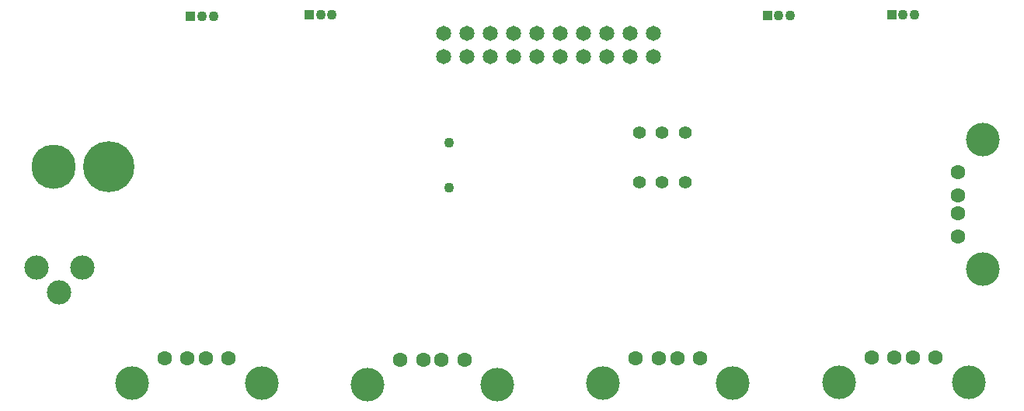
<source format=gbr>
%TF.GenerationSoftware,KiCad,Pcbnew,(5.1.6)-1*%
%TF.CreationDate,2020-10-27T11:33:51-07:00*%
%TF.ProjectId,main,6d61696e-2e6b-4696-9361-645f70636258,rev?*%
%TF.SameCoordinates,Original*%
%TF.FileFunction,Soldermask,Bot*%
%TF.FilePolarity,Negative*%
%FSLAX46Y46*%
G04 Gerber Fmt 4.6, Leading zero omitted, Abs format (unit mm)*
G04 Created by KiCad (PCBNEW (5.1.6)-1) date 2020-10-27 11:33:51*
%MOMM*%
%LPD*%
G01*
G04 APERTURE LIST*
%ADD10C,1.100000*%
%ADD11C,1.400000*%
%ADD12C,3.670000*%
%ADD13C,1.600000*%
%ADD14R,1.100000X1.100000*%
%ADD15C,2.650000*%
%ADD16C,1.650000*%
%ADD17C,4.840000*%
%ADD18C,5.560000*%
G04 APERTURE END LIST*
D10*
%TO.C,Y101*%
X125933200Y-95184900D03*
X125933200Y-100064900D03*
%TD*%
D11*
%TO.C,S101*%
X146674200Y-99474000D03*
X149174200Y-99474000D03*
X151674200Y-99474000D03*
X146674200Y-94074000D03*
X149174200Y-94074000D03*
X151674200Y-94074000D03*
%TD*%
D12*
%TO.C,J901*%
X105520400Y-121421100D03*
X91380400Y-121421100D03*
D13*
X101950400Y-118711100D03*
X99450400Y-118711100D03*
X97450400Y-118711100D03*
X94950400Y-118711100D03*
%TD*%
D12*
%TO.C,J801*%
X131204033Y-121535400D03*
X117064033Y-121535400D03*
D13*
X127634033Y-118825400D03*
X125134033Y-118825400D03*
X123134033Y-118825400D03*
X120634033Y-118825400D03*
%TD*%
D12*
%TO.C,J701*%
X156887666Y-121421100D03*
X142747666Y-121421100D03*
D13*
X153317666Y-118711100D03*
X150817666Y-118711100D03*
X148817666Y-118711100D03*
X146317666Y-118711100D03*
%TD*%
D12*
%TO.C,J601*%
X182571300Y-121332200D03*
X168431300Y-121332200D03*
D13*
X179001300Y-118622200D03*
X176501300Y-118622200D03*
X174501300Y-118622200D03*
X172001300Y-118622200D03*
%TD*%
D10*
%TO.C,J501*%
X176687800Y-81216500D03*
X175437800Y-81216500D03*
D14*
X174187800Y-81216500D03*
%TD*%
D10*
%TO.C,J401*%
X163155000Y-81280000D03*
X161905000Y-81280000D03*
D14*
X160655000Y-81280000D03*
%TD*%
D10*
%TO.C,J301*%
X113205900Y-81191100D03*
X111955900Y-81191100D03*
D14*
X110705900Y-81191100D03*
%TD*%
D10*
%TO.C,J201*%
X100310000Y-81318100D03*
X99060000Y-81318100D03*
D14*
X97810000Y-81318100D03*
%TD*%
D15*
%TO.C,J104*%
X83472400Y-111500900D03*
X81012400Y-108800900D03*
X86012400Y-108800900D03*
%TD*%
D16*
%TO.C,J103*%
X148196300Y-83210400D03*
X148196300Y-85750400D03*
X145656300Y-83210400D03*
X145656300Y-85750400D03*
X143116300Y-83210400D03*
X143116300Y-85750400D03*
X140576300Y-83210400D03*
X140576300Y-85750400D03*
X138036300Y-83210400D03*
X138036300Y-85750400D03*
X135496300Y-83210400D03*
X135496300Y-85750400D03*
X132956300Y-83210400D03*
X132956300Y-85750400D03*
X130416300Y-83210400D03*
X130416300Y-85750400D03*
X127876300Y-83210400D03*
X127876300Y-85750400D03*
X125336300Y-83210400D03*
X125336300Y-85750400D03*
%TD*%
D12*
%TO.C,J102*%
X184171800Y-94809400D03*
X184171800Y-108949400D03*
D13*
X181461800Y-98379400D03*
X181461800Y-100879400D03*
X181461800Y-102879400D03*
X181461800Y-105379400D03*
%TD*%
D17*
%TO.C,J101*%
X82887300Y-97739200D03*
D18*
X88887300Y-97739200D03*
%TD*%
M02*

</source>
